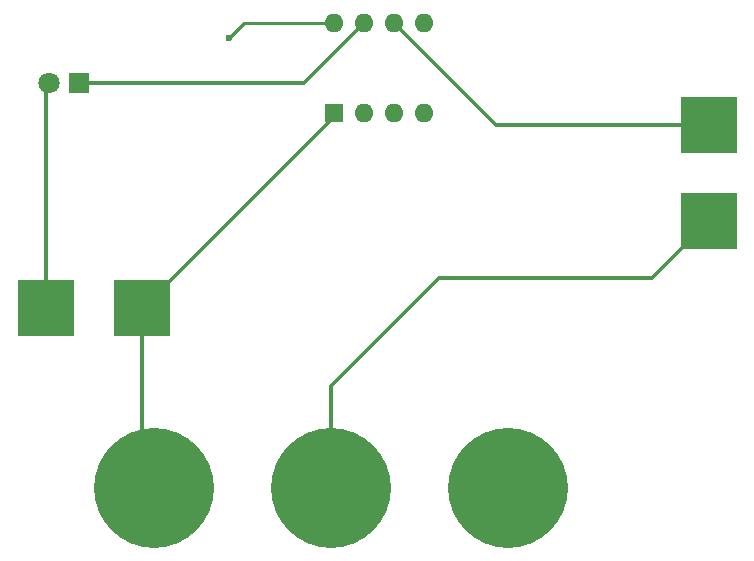
<source format=gbr>
G04 #@! TF.FileFunction,Copper,L1,Top,Signal*
%FSLAX46Y46*%
G04 Gerber Fmt 4.6, Leading zero omitted, Abs format (unit mm)*
G04 Created by KiCad (PCBNEW 4.0.7) date 05/06/18 20:10:14*
%MOMM*%
%LPD*%
G01*
G04 APERTURE LIST*
%ADD10C,0.100000*%
%ADD11R,1.800000X1.800000*%
%ADD12C,1.800000*%
%ADD13C,10.160000*%
%ADD14R,4.700000X4.700000*%
%ADD15R,1.600000X1.600000*%
%ADD16O,1.600000X1.600000*%
%ADD17C,0.600000*%
%ADD18C,0.300000*%
%ADD19C,0.250000*%
G04 APERTURE END LIST*
D10*
D11*
X153670000Y-101600000D03*
D12*
X151130000Y-101600000D03*
D13*
X160020000Y-135890000D03*
X189990000Y-135890000D03*
X175010000Y-135890000D03*
D14*
X207010000Y-105160000D03*
X207010000Y-113280000D03*
X159000000Y-120650000D03*
X150880000Y-120650000D03*
D15*
X175260000Y-104140000D03*
D16*
X182880000Y-96520000D03*
X177800000Y-104140000D03*
X180340000Y-96520000D03*
X180340000Y-104140000D03*
X177800000Y-96520000D03*
X182880000Y-104140000D03*
X175260000Y-96520000D03*
D17*
X166370000Y-97790000D03*
D18*
X153670000Y-101600000D02*
X172720000Y-101600000D01*
X172720000Y-101600000D02*
X177800000Y-96520000D01*
X150880000Y-120650000D02*
X150880000Y-101850000D01*
X150880000Y-101850000D02*
X151130000Y-101600000D01*
X159000000Y-120650000D02*
X159000000Y-134870000D01*
X159000000Y-134870000D02*
X160020000Y-135890000D01*
D19*
X175260000Y-104140000D02*
X175260000Y-104390000D01*
X175260000Y-104390000D02*
X159000000Y-120650000D01*
X167640000Y-96520000D02*
X166370000Y-97790000D01*
X167640000Y-96520000D02*
X175260000Y-96520000D01*
D18*
X184150000Y-118110000D02*
X202180000Y-118110000D01*
X175010000Y-127250000D02*
X184150000Y-118110000D01*
X175010000Y-135890000D02*
X175010000Y-127250000D01*
X202180000Y-118110000D02*
X207010000Y-113280000D01*
X207010000Y-105160000D02*
X188980000Y-105160000D01*
X188980000Y-105160000D02*
X180340000Y-96520000D01*
M02*

</source>
